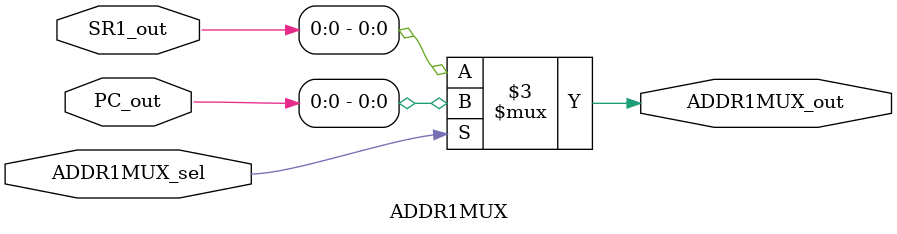
<source format=sv>
module ADDR1MUX (
							input logic [15:0] PC_out, SR1_out,
							input logic ADDR1MUX_sel,
							output logic ADDR1MUX_out);
							
							always_comb
							begin
								if (ADDR1MUX_sel) begin
									ADDR1MUX_out = PC_out;
								end
								
								else begin
									ADDR1MUX_out = SR1_out;
								end
							end
endmodule
</source>
